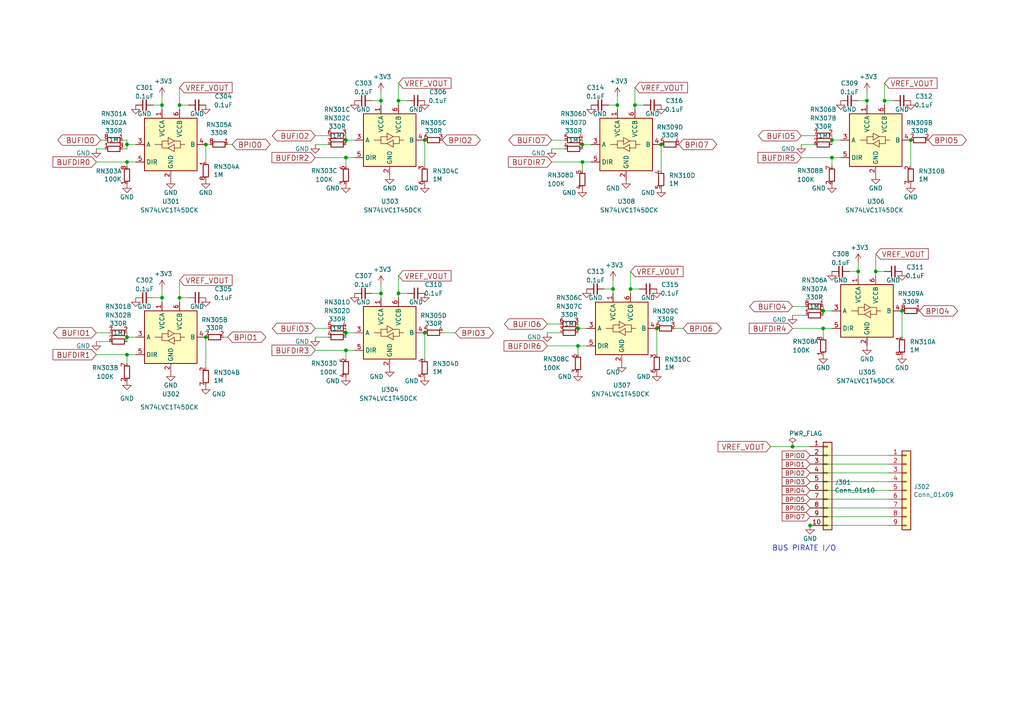
<source format=kicad_sch>
(kicad_sch (version 20230121) (generator eeschema)
  (paper "A4")
  (junction (at 177.8 83.82))
  (junction (at 229.87 129.54))
  (junction (at 123.19 40.64))
  (junction (at 254 78.74))
  (junction (at 100.33 101.6))
  (junction (at 115.57 85.09))
  (junction (at 59.69 41.91))
  (junction (at 168.91 46.99))
  (junction (at 241.3 40.64))
  (junction (at 234.95 152.4))
  (junction (at 182.88 83.82))
  (junction (at 46.99 86.36))
  (junction (at 179.07 30.48))
  (junction (at 46.99 30.48))
  (junction (at 36.83 97.79))
  (junction (at 238.76 95.25))
  (junction (at 168.91 41.91))
  (junction (at 123.19 96.52))
  (junction (at 36.83 46.99))
  (junction (at 256.54 29.21))
  (junction (at 184.15 30.48))
  (junction (at 36.83 102.87))
  (junction (at 100.33 96.52))
  (junction (at 238.76 90.17))
  (junction (at 264.16 40.64))
  (junction (at 241.3 45.72))
  (junction (at 261.62 90.17))
  (junction (at 248.92 78.74))
  (junction (at 52.07 30.48))
  (junction (at 167.64 100.33))
  (junction (at 167.64 95.25))
  (junction (at 52.07 86.36))
  (junction (at 110.49 29.21))
  (junction (at 100.33 40.64))
  (junction (at 191.77 41.91))
  (junction (at 190.5 95.25))
  (junction (at 115.57 29.21))
  (junction (at 36.83 41.91))
  (junction (at 100.33 45.72))
  (junction (at 59.69 97.79))
  (junction (at 251.46 29.21))
  (junction (at 110.49 85.09))
  (wire (pts (xy 52.07 87.63) (xy 52.07 86.36)))
  (wire (pts (xy 100.33 45.72) (xy 91.44 45.72)))
  (wire (pts (xy 171.45 41.91) (xy 168.91 41.91)))
  (wire (pts (xy 190.5 102.87) (xy 190.5 95.25)))
  (wire (pts (xy 36.83 46.99) (xy 39.37 46.99)))
  (wire (pts (xy 59.69 41.91) (xy 59.69 46.99)))
  (wire (pts (xy 100.33 97.79) (xy 100.33 96.52)))
  (wire (pts (xy 241.3 40.64) (xy 241.3 39.37)))
  (wire (pts (xy 36.83 40.64) (xy 35.56 40.64)))
  (wire (pts (xy 167.64 100.33) (xy 167.64 102.87)))
  (wire (pts (xy 186.69 30.48) (xy 184.15 30.48)))
  (wire (pts (xy 248.92 78.74) (xy 248.92 76.2)))
  (wire (pts (xy 100.33 96.52) (xy 100.33 95.25)))
  (wire (pts (xy 176.53 30.48) (xy 179.07 30.48)))
  (wire (pts (xy 234.95 147.32) (xy 257.81 147.32)))
  (wire (pts (xy 54.61 30.48) (xy 52.07 30.48)))
  (wire (pts (xy 118.11 85.09) (xy 115.57 85.09)))
  (wire (pts (xy 184.15 31.75) (xy 184.15 30.48)))
  (wire (pts (xy 52.07 25.4) (xy 52.07 30.48)))
  (wire (pts (xy 238.76 95.25) (xy 229.87 95.25)))
  (wire (pts (xy 241.3 45.72) (xy 232.41 45.72)))
  (wire (pts (xy 115.57 86.36) (xy 115.57 85.09)))
  (wire (pts (xy 31.75 99.06) (xy 27.94 99.06)))
  (wire (pts (xy 256.54 24.13) (xy 256.54 29.21)))
  (wire (pts (xy 102.87 40.64) (xy 100.33 40.64)))
  (wire (pts (xy 36.83 48.26) (xy 36.83 46.99)))
  (wire (pts (xy 241.3 90.17) (xy 238.76 90.17)))
  (wire (pts (xy 170.18 95.25) (xy 167.64 95.25)))
  (wire (pts (xy 243.84 45.72) (xy 241.3 45.72)))
  (wire (pts (xy 167.64 100.33) (xy 158.75 100.33)))
  (wire (pts (xy 95.25 39.37) (xy 91.44 39.37)))
  (wire (pts (xy 128.27 96.52) (xy 132.08 96.52)))
  (wire (pts (xy 191.77 41.91) (xy 191.77 49.53)))
  (wire (pts (xy 100.33 101.6) (xy 91.44 101.6)))
  (wire (pts (xy 123.19 104.14) (xy 123.19 96.52)))
  (wire (pts (xy 102.87 96.52) (xy 100.33 96.52)))
  (wire (pts (xy 254 80.01) (xy 254 78.74)))
  (wire (pts (xy 102.87 45.72) (xy 100.33 45.72)))
  (wire (pts (xy 234.95 139.7) (xy 257.81 139.7)))
  (wire (pts (xy 248.92 29.21) (xy 251.46 29.21)))
  (wire (pts (xy 95.25 41.91) (xy 91.44 41.91)))
  (wire (pts (xy 236.22 39.37) (xy 232.41 39.37)))
  (wire (pts (xy 251.46 29.21) (xy 251.46 26.67)))
  (wire (pts (xy 123.19 40.64) (xy 123.19 48.26)))
  (wire (pts (xy 110.49 86.36) (xy 110.49 85.09)))
  (wire (pts (xy 243.84 40.64) (xy 241.3 40.64)))
  (wire (pts (xy 248.92 80.01) (xy 248.92 78.74)))
  (wire (pts (xy 59.69 106.68) (xy 59.69 97.79)))
  (wire (pts (xy 233.68 88.9) (xy 229.87 88.9)))
  (wire (pts (xy 234.95 142.24) (xy 257.81 142.24)))
  (wire (pts (xy 234.95 134.62) (xy 257.81 134.62)))
  (wire (pts (xy 44.45 30.48) (xy 46.99 30.48)))
  (wire (pts (xy 36.83 43.18) (xy 36.83 41.91)))
  (wire (pts (xy 234.95 152.4) (xy 257.81 152.4)))
  (wire (pts (xy 238.76 91.44) (xy 238.76 90.17)))
  (wire (pts (xy 229.87 129.54) (xy 234.95 129.54)))
  (wire (pts (xy 168.91 41.91) (xy 168.91 40.64)))
  (wire (pts (xy 30.48 40.64) (xy 29.21 40.64)))
  (wire (pts (xy 31.75 96.52) (xy 27.94 96.52)))
  (wire (pts (xy 261.62 97.79) (xy 261.62 90.17)))
  (wire (pts (xy 27.94 46.99) (xy 36.83 46.99)))
  (wire (pts (xy 179.07 31.75) (xy 179.07 30.48)))
  (wire (pts (xy 170.18 100.33) (xy 167.64 100.33)))
  (wire (pts (xy 241.3 95.25) (xy 238.76 95.25)))
  (wire (pts (xy 182.88 78.74) (xy 182.88 83.82)))
  (wire (pts (xy 52.07 81.28) (xy 52.07 86.36)))
  (wire (pts (xy 39.37 41.91) (xy 36.83 41.91)))
  (wire (pts (xy 234.95 149.86) (xy 257.81 149.86)))
  (wire (pts (xy 46.99 86.36) (xy 46.99 83.82)))
  (wire (pts (xy 171.45 46.99) (xy 168.91 46.99)))
  (wire (pts (xy 36.83 43.18) (xy 35.56 43.18)))
  (wire (pts (xy 107.95 85.09) (xy 110.49 85.09)))
  (wire (pts (xy 177.8 83.82) (xy 177.8 81.28)))
  (wire (pts (xy 44.45 86.36) (xy 46.99 86.36)))
  (wire (pts (xy 36.83 102.87) (xy 36.83 105.41)))
  (wire (pts (xy 238.76 90.17) (xy 238.76 88.9)))
  (wire (pts (xy 257.81 132.08) (xy 234.95 132.08)))
  (wire (pts (xy 233.68 91.44) (xy 229.87 91.44)))
  (wire (pts (xy 36.83 97.79) (xy 36.83 96.52)))
  (wire (pts (xy 46.99 31.75) (xy 46.99 30.48)))
  (wire (pts (xy 167.64 95.25) (xy 167.64 93.98)))
  (wire (pts (xy 110.49 29.21) (xy 110.49 26.67)))
  (wire (pts (xy 95.25 95.25) (xy 91.44 95.25)))
  (wire (pts (xy 115.57 30.48) (xy 115.57 29.21)))
  (wire (pts (xy 185.42 83.82) (xy 182.88 83.82)))
  (wire (pts (xy 168.91 43.18) (xy 168.91 41.91)))
  (wire (pts (xy 27.94 43.18) (xy 30.48 43.18)))
  (wire (pts (xy 177.8 85.09) (xy 177.8 83.82)))
  (wire (pts (xy 198.12 95.25) (xy 195.58 95.25)))
  (wire (pts (xy 36.83 99.06) (xy 36.83 97.79)))
  (wire (pts (xy 163.83 40.64) (xy 160.02 40.64)))
  (wire (pts (xy 251.46 30.48) (xy 251.46 29.21)))
  (wire (pts (xy 162.56 93.98) (xy 158.75 93.98)))
  (wire (pts (xy 175.26 83.82) (xy 177.8 83.82)))
  (wire (pts (xy 118.11 29.21) (xy 115.57 29.21)))
  (wire (pts (xy 234.95 144.78) (xy 257.81 144.78)))
  (wire (pts (xy 39.37 102.87) (xy 36.83 102.87)))
  (wire (pts (xy 66.04 41.91) (xy 67.31 41.91)))
  (wire (pts (xy 54.61 86.36) (xy 52.07 86.36)))
  (wire (pts (xy 182.88 85.09) (xy 182.88 83.82)))
  (wire (pts (xy 110.49 85.09) (xy 110.49 82.55)))
  (wire (pts (xy 256.54 30.48) (xy 256.54 29.21)))
  (wire (pts (xy 236.22 41.91) (xy 232.41 41.91)))
  (wire (pts (xy 115.57 80.01) (xy 115.57 85.09)))
  (wire (pts (xy 100.33 40.64) (xy 100.33 39.37)))
  (wire (pts (xy 46.99 87.63) (xy 46.99 86.36)))
  (wire (pts (xy 167.64 96.52) (xy 167.64 95.25)))
  (wire (pts (xy 66.04 97.79) (xy 64.77 97.79)))
  (wire (pts (xy 52.07 31.75) (xy 52.07 30.48)))
  (wire (pts (xy 179.07 30.48) (xy 179.07 27.94)))
  (wire (pts (xy 223.52 129.54) (xy 229.87 129.54)))
  (wire (pts (xy 162.56 96.52) (xy 158.75 96.52)))
  (wire (pts (xy 95.25 97.79) (xy 91.44 97.79)))
  (wire (pts (xy 241.3 45.72) (xy 241.3 48.26)))
  (wire (pts (xy 256.54 78.74) (xy 254 78.74)))
  (wire (pts (xy 107.95 29.21) (xy 110.49 29.21)))
  (wire (pts (xy 100.33 101.6) (xy 100.33 104.14)))
  (wire (pts (xy 36.83 41.91) (xy 36.83 40.64)))
  (wire (pts (xy 163.83 43.18) (xy 160.02 43.18)))
  (wire (pts (xy 115.57 24.13) (xy 115.57 29.21)))
  (wire (pts (xy 100.33 45.72) (xy 100.33 48.26)))
  (wire (pts (xy 246.38 78.74) (xy 248.92 78.74)))
  (wire (pts (xy 264.16 48.26) (xy 264.16 40.64)))
  (wire (pts (xy 168.91 46.99) (xy 168.91 49.53)))
  (wire (pts (xy 102.87 101.6) (xy 100.33 101.6)))
  (wire (pts (xy 46.99 30.48) (xy 46.99 27.94)))
  (wire (pts (xy 241.3 41.91) (xy 241.3 40.64)))
  (wire (pts (xy 184.15 25.4) (xy 184.15 30.48)))
  (wire (pts (xy 254 73.66) (xy 254 78.74)))
  (wire (pts (xy 110.49 30.48) (xy 110.49 29.21)))
  (wire (pts (xy 39.37 97.79) (xy 36.83 97.79)))
  (wire (pts (xy 60.96 41.91) (xy 59.69 41.91)))
  (wire (pts (xy 36.83 102.87) (xy 27.94 102.87)))
  (wire (pts (xy 238.76 95.25) (xy 238.76 97.79)))
  (wire (pts (xy 259.08 29.21) (xy 256.54 29.21)))
  (wire (pts (xy 168.91 46.99) (xy 160.02 46.99)))
  (wire (pts (xy 234.95 137.16) (xy 257.81 137.16)))
  (wire (pts (xy 100.33 41.91) (xy 100.33 40.64)))
  (text "BUS PIRATE I/O" (at 242.57 160.02 0) (effects (font (size 1.524 1.524)) (justify right bottom)))
  (global_label "BUFDIR0" (shape input) (at 27.94 46.99 180) (effects (font (size 1.524 1.524))) (property "Intersheetrefs" "${INTERSHEET_REFS}" (effects hide)))
  (global_label "BUFDIR1" (shape input) (at 27.94 102.87 180) (effects (font (size 1.524 1.524))) (property "Intersheetrefs" "${INTERSHEET_REFS}" (effects hide)))
  (global_label "BPIO3" (shape input) (at 234.95 139.7 180) (property "Intersheetrefs" "${INTERSHEET_REFS}" (effects hide)))
  (global_label "VREF_VOUT" (shape input) (at 52.07 81.28 0) (effects (font (size 1.524 1.524))) (property "Intersheetrefs" "${INTERSHEET_REFS}" (effects hide)))
  (global_label "VREF_VOUT" (shape input) (at 182.88 78.74 0) (effects (font (size 1.524 1.524))) (property "Intersheetrefs" "${INTERSHEET_REFS}" (effects hide)))
  (global_label "VREF_VOUT" (shape input) (at 256.54 24.13 0) (effects (font (size 1.524 1.524))) (property "Intersheetrefs" "${INTERSHEET_REFS}" (effects hide)))
  (global_label "BPIO5" (shape bidirectional) (at 269.24 40.64 0) (effects (font (size 1.524 1.524))) (property "Intersheetrefs" "${INTERSHEET_REFS}" (effects hide)))
  (global_label "BUFDIR4" (shape input) (at 229.87 95.25 180) (effects (font (size 1.524 1.524))) (property "Intersheetrefs" "${INTERSHEET_REFS}" (effects hide)))
  (global_label "BPIO0" (shape input) (at 234.95 132.08 180) (property "Intersheetrefs" "${INTERSHEET_REFS}" (effects hide)))
  (global_label "BUFIO4" (shape bidirectional) (at 229.87 88.9 180) (effects (font (size 1.524 1.524))) (property "Intersheetrefs" "${INTERSHEET_REFS}" (effects hide)))
  (global_label "BPIO4" (shape bidirectional) (at 266.7 90.17 0) (effects (font (size 1.524 1.524))) (property "Intersheetrefs" "${INTERSHEET_REFS}" (effects hide)))
  (global_label "VREF_VOUT" (shape input) (at 52.07 25.4 0) (effects (font (size 1.524 1.524))) (property "Intersheetrefs" "${INTERSHEET_REFS}" (effects hide)))
  (global_label "BUFIO5" (shape bidirectional) (at 232.41 39.37 180) (effects (font (size 1.524 1.524))) (property "Intersheetrefs" "${INTERSHEET_REFS}" (effects hide)))
  (global_label "BPIO7" (shape bidirectional) (at 196.85 41.91 0) (effects (font (size 1.524 1.524))) (property "Intersheetrefs" "${INTERSHEET_REFS}" (effects hide)))
  (global_label "BUFDIR3" (shape input) (at 91.44 101.6 180) (effects (font (size 1.524 1.524))) (property "Intersheetrefs" "${INTERSHEET_REFS}" (effects hide)))
  (global_label "BPIO4" (shape input) (at 234.95 142.24 180) (property "Intersheetrefs" "${INTERSHEET_REFS}" (effects hide)))
  (global_label "BUFIO7" (shape bidirectional) (at 160.02 40.64 180) (effects (font (size 1.524 1.524))) (property "Intersheetrefs" "${INTERSHEET_REFS}" (effects hide)))
  (global_label "BPIO5" (shape input) (at 234.95 144.78 180) (property "Intersheetrefs" "${INTERSHEET_REFS}" (effects hide)))
  (global_label "BPIO2" (shape input) (at 234.95 137.16 180) (property "Intersheetrefs" "${INTERSHEET_REFS}" (effects hide)))
  (global_label "BPIO6" (shape input) (at 234.95 147.32 180) (property "Intersheetrefs" "${INTERSHEET_REFS}" (effects hide)))
  (global_label "VREF_VOUT" (shape input) (at 115.57 24.13 0) (effects (font (size 1.524 1.524))) (property "Intersheetrefs" "${INTERSHEET_REFS}" (effects hide)))
  (global_label "VREF_VOUT" (shape input) (at 254 73.66 0) (effects (font (size 1.524 1.524))) (property "Intersheetrefs" "${INTERSHEET_REFS}" (effects hide)))
  (global_label "VREF_VOUT" (shape input) (at 184.15 25.4 0) (effects (font (size 1.524 1.524))) (property "Intersheetrefs" "${INTERSHEET_REFS}" (effects hide)))
  (global_label "BUFDIR5" (shape input) (at 232.41 45.72 180) (effects (font (size 1.524 1.524))) (property "Intersheetrefs" "${INTERSHEET_REFS}" (effects hide)))
  (global_label "BPIO1" (shape bidirectional) (at 66.04 97.79 0) (effects (font (size 1.524 1.524))) (property "Intersheetrefs" "${INTERSHEET_REFS}" (effects hide)))
  (global_label "BPIO0" (shape bidirectional) (at 67.31 41.91 0) (effects (font (size 1.524 1.524))) (property "Intersheetrefs" "${INTERSHEET_REFS}" (effects hide)))
  (global_label "BUFDIR6" (shape input) (at 158.75 100.33 180) (effects (font (size 1.524 1.524))) (property "Intersheetrefs" "${INTERSHEET_REFS}" (effects hide)))
  (global_label "BPIO1" (shape input) (at 234.95 134.62 180) (property "Intersheetrefs" "${INTERSHEET_REFS}" (effects hide)))
  (global_label "BPIO3" (shape bidirectional) (at 132.08 96.52 0) (effects (font (size 1.524 1.524))) (property "Intersheetrefs" "${INTERSHEET_REFS}" (effects hide)))
  (global_label "BUFIO2" (shape bidirectional) (at 91.44 39.37 180) (effects (font (size 1.524 1.524))) (property "Intersheetrefs" "${INTERSHEET_REFS}" (effects hide)))
  (global_label "BUFDIR7" (shape input) (at 160.02 46.99 180) (effects (font (size 1.524 1.524))) (property "Intersheetrefs" "${INTERSHEET_REFS}" (effects hide)))
  (global_label "VREF_VOUT" (shape input) (at 115.57 80.01 0) (effects (font (size 1.524 1.524))) (property "Intersheetrefs" "${INTERSHEET_REFS}" (effects hide)))
  (global_label "BUFIO1" (shape bidirectional) (at 27.94 96.52 180) (effects (font (size 1.524 1.524))) (property "Intersheetrefs" "${INTERSHEET_REFS}" (effects hide)))
  (global_label "BPIO6" (shape bidirectional) (at 198.12 95.25 0) (effects (font (size 1.524 1.524))) (property "Intersheetrefs" "${INTERSHEET_REFS}" (effects hide)))
  (global_label "BUFDIR2" (shape input) (at 91.44 45.72 180) (effects (font (size 1.524 1.524))) (property "Intersheetrefs" "${INTERSHEET_REFS}" (effects hide)))
  (global_label "BUFIO3" (shape bidirectional) (at 91.44 95.25 180) (effects (font (size 1.524 1.524))) (property "Intersheetrefs" "${INTERSHEET_REFS}" (effects hide)))
  (global_label "BPIO2" (shape bidirectional) (at 128.27 40.64 0) (effects (font (size 1.524 1.524))) (property "Intersheetrefs" "${INTERSHEET_REFS}" (effects hide)))
  (global_label "VREF_VOUT" (shape input) (at 223.52 129.54 180) (effects (font (size 1.524 1.524))) (property "Intersheetrefs" "${INTERSHEET_REFS}" (effects hide)))
  (global_label "BPIO7" (shape input) (at 234.95 149.86 180) (property "Intersheetrefs" "${INTERSHEET_REFS}" (effects hide)))
  (global_label "BUFIO6" (shape bidirectional) (at 158.75 93.98 180) (effects (font (size 1.524 1.524))) (property "Intersheetrefs" "${INTERSHEET_REFS}" (effects hide)))
  (global_label "BUFIO0" (shape bidirectional) (at 29.21 40.64 180) (effects (font (size 1.524 1.524))) (property "Intersheetrefs" "${INTERSHEET_REFS}" (effects hide)))
  (symbol (lib_id "power:+3V3") (at 46.99 27.94 0) (unit 1)
    (property "Reference" "#PWR0310" (effects hide))
    (property "Value" "+3V3" (at 47.371 23.5458 0))
  )
  (symbol (lib_id "Device:C_Small") (at 57.15 30.48 90) (unit 1)
    (property "Reference" "C304" (at 64.77 27.94 90))
    (property "Value" "0.1uF" (at 64.77 30.48 90))
    (property "Footprint" "Capacitor_SMD:C_0402_1005Metric" (effects hide))
    (property "RMB" "0.00628" (effects hide))
    (property "Supplier" "https://item.szlcsc.com/1877.html" (effects hide))
  )
  (symbol (lib_id "power:GND") (at 39.37 30.48 0) (unit 1)
    (property "Reference" "#PWR0307" (effects hide))
    (property "Value" "GND" (at 41.91 33.02 0))
  )
  (symbol (lib_id "power:GND") (at 59.69 30.48 0) (unit 1)
    (property "Reference" "#PWR0316" (effects hide))
    (property "Value" "GND" (at 57.15 33.02 0))
  )
  (symbol (lib_id "power:GND") (at 49.53 52.07 0) (unit 1)
    (property "Reference" "#PWR0313" (effects hide))
    (property "Value" "GND" (at 49.53 55.88 0))
  )
  (symbol (lib_id "power:GND") (at 27.94 43.18 0) (unit 1)
    (property "Reference" "#PWR0301" (effects hide))
    (property "Value" "GND" (at 24.13 44.45 0))
  )
  (symbol (lib_id "power:GND") (at 36.83 53.34 0) (unit 1)
    (property "Reference" "#PWR0304" (effects hide))
    (property "Value" "GND" (at 36.83 57.15 0))
  )
  (symbol (lib_id "power:GND") (at 59.69 52.07 0) (unit 1)
    (property "Reference" "#PWR0317" (effects hide))
    (property "Value" "GND" (at 59.69 55.88 0))
  )
  (symbol (lib_id "Device:C_Small") (at 41.91 86.36 90) (unit 1)
    (property "Reference" "C302" (at 41.91 81.28 90))
    (property "Value" "0.1uF" (at 41.91 83.82 90))
    (property "Footprint" "Capacitor_SMD:C_0402_1005Metric" (effects hide))
    (property "RMB" "0.00628" (effects hide))
    (property "Supplier" "https://item.szlcsc.com/1877.html" (effects hide))
  )
  (symbol (lib_id "Logic_LevelTranslator:SN74LVC1T45DCK") (at 49.53 97.79 0) (unit 1)
    (property "Reference" "U302" (at 46.99 114.3 0) (effects (justify left)))
    (property "Value" "SN74LVC1T45DCK" (at 40.64 118.11 0) (effects (justify left)))
    (property "Footprint" "Package_TO_SOT_SMD:SOT-363_SC-70-6" (effects hide))
    (property "Datasheet" "http://www.ti.com/lit/ds/symlink/sn74lvc1t45.pdf" (effects hide))
    (property "RMB" "1.33" (effects hide))
    (property "Supplier" "https://item.szlcsc.com/9911.html" (effects hide))
  )
  (symbol (lib_id "power:+3V3") (at 46.99 83.82 0) (unit 1)
    (property "Reference" "#PWR0311" (effects hide))
    (property "Value" "+3V3" (at 47.371 79.4258 0))
  )
  (symbol (lib_id "Device:C_Small") (at 57.15 86.36 90) (unit 1)
    (property "Reference" "C305" (at 64.77 83.82 90))
    (property "Value" "0.1uF" (at 64.77 86.36 90))
    (property "Footprint" "Capacitor_SMD:C_0402_1005Metric" (effects hide))
    (property "RMB" "0.00628" (effects hide))
    (property "Supplier" "https://item.szlcsc.com/1877.html" (effects hide))
  )
  (symbol (lib_id "power:GND") (at 39.37 86.36 0) (unit 1)
    (property "Reference" "#PWR0308" (effects hide))
    (property "Value" "GND" (at 41.91 88.9 0))
  )
  (symbol (lib_id "power:GND") (at 59.69 86.36 0) (unit 1)
    (property "Reference" "#PWR0318" (effects hide))
    (property "Value" "GND" (at 57.15 88.9 0))
  )
  (symbol (lib_id "power:GND") (at 49.53 107.95 0) (unit 1)
    (property "Reference" "#PWR0314" (effects hide))
    (property "Value" "GND" (at 49.53 111.76 0))
  )
  (symbol (lib_id "power:GND") (at 27.94 99.06 0) (unit 1)
    (property "Reference" "#PWR0302" (effects hide))
    (property "Value" "GND" (at 24.13 100.33 0))
  )
  (symbol (lib_id "power:GND") (at 36.83 110.49 0) (unit 1)
    (property "Reference" "#PWR0305" (effects hide))
    (property "Value" "GND" (at 36.83 115.57 0))
  )
  (symbol (lib_id "power:GND") (at 59.69 111.76 0) (unit 1)
    (property "Reference" "#PWR0319" (effects hide))
    (property "Value" "GND" (at 63.5 114.3 0))
  )
  (symbol (lib_id "Device:C_Small") (at 105.41 29.21 90) (unit 1)
    (property "Reference" "C303" (at 105.41 24.13 90))
    (property "Value" "0.1uF" (at 105.41 26.67 90))
    (property "Footprint" "Capacitor_SMD:C_0402_1005Metric" (effects hide))
    (property "RMB" "0.00628" (effects hide))
    (property "Supplier" "https://item.szlcsc.com/1877.html" (effects hide))
  )
  (symbol (lib_id "Logic_LevelTranslator:SN74LVC1T45DCK") (at 113.03 40.64 0) (unit 1)
    (property "Reference" "U303" (at 110.49 58.42 0) (effects (justify left)))
    (property "Value" "SN74LVC1T45DCK" (at 105.41 60.96 0) (effects (justify left)))
    (property "Footprint" "Package_TO_SOT_SMD:SOT-363_SC-70-6" (effects hide))
    (property "Datasheet" "http://www.ti.com/lit/ds/symlink/sn74lvc1t45.pdf" (effects hide))
    (property "RMB" "1.33" (effects hide))
    (property "Supplier" "https://item.szlcsc.com/9911.html" (effects hide))
  )
  (symbol (lib_id "power:+3V3") (at 110.49 26.67 0) (unit 1)
    (property "Reference" "#PWR0312" (effects hide))
    (property "Value" "+3V3" (at 110.871 22.2758 0))
  )
  (symbol (lib_id "Device:C_Small") (at 120.65 29.21 90) (unit 1)
    (property "Reference" "C306" (at 127 26.67 90))
    (property "Value" "0.1uF" (at 127 29.21 90))
    (property "Footprint" "Capacitor_SMD:C_0402_1005Metric" (effects hide))
    (property "RMB" "0.00628" (effects hide))
    (property "Supplier" "https://item.szlcsc.com/1877.html" (effects hide))
  )
  (symbol (lib_id "power:GND") (at 102.87 29.21 0) (unit 1)
    (property "Reference" "#PWR0309" (effects hide))
    (property "Value" "GND" (at 105.41 31.75 0))
  )
  (symbol (lib_id "power:GND") (at 123.19 29.21 0) (unit 1)
    (property "Reference" "#PWR0320" (effects hide))
    (property "Value" "GND" (at 120.65 31.75 0))
  )
  (symbol (lib_id "power:GND") (at 113.03 50.8 0) (unit 1)
    (property "Reference" "#PWR0315" (effects hide))
    (property "Value" "GND" (at 113.03 54.61 0))
  )
  (symbol (lib_id "power:GND") (at 91.44 41.91 0) (unit 1)
    (property "Reference" "#PWR0303" (effects hide))
    (property "Value" "GND" (at 87.63 43.18 0))
  )
  (symbol (lib_id "power:GND") (at 100.33 53.34 0) (unit 1)
    (property "Reference" "#PWR0306" (effects hide))
    (property "Value" "GND" (at 96.52 54.61 0))
  )
  (symbol (lib_id "power:GND") (at 123.19 53.34 0) (unit 1)
    (property "Reference" "#PWR0321" (effects hide))
    (property "Value" "GND" (at 119.38 54.61 0))
  )
  (symbol (lib_id "Device:C_Small") (at 105.41 85.09 90) (unit 1)
    (property "Reference" "C307" (at 105.41 80.01 90))
    (property "Value" "0.1uF" (at 105.41 82.55 90))
    (property "Footprint" "Capacitor_SMD:C_0402_1005Metric" (effects hide))
    (property "RMB" "0.00628" (effects hide))
    (property "Supplier" "https://item.szlcsc.com/1877.html" (effects hide))
  )
  (symbol (lib_id "Logic_LevelTranslator:SN74LVC1T45DCK") (at 113.03 96.52 0) (unit 1)
    (property "Reference" "U304" (at 110.49 113.03 0) (effects (justify left)))
    (property "Value" "SN74LVC1T45DCK" (at 104.14 115.57 0) (effects (justify left)))
    (property "Footprint" "Package_TO_SOT_SMD:SOT-363_SC-70-6" (effects hide))
    (property "Datasheet" "http://www.ti.com/lit/ds/symlink/sn74lvc1t45.pdf" (effects hide))
    (property "RMB" "1.33" (effects hide))
    (property "Supplier" "https://item.szlcsc.com/9911.html" (effects hide))
  )
  (symbol (lib_id "power:+3V3") (at 110.49 82.55 0) (unit 1)
    (property "Reference" "#PWR0331" (effects hide))
    (property "Value" "+3V3" (at 110.871 78.1558 0))
  )
  (symbol (lib_id "Device:C_Small") (at 120.65 85.09 90) (unit 1)
    (property "Reference" "C310" (at 125.73 82.55 90))
    (property "Value" "0.1uF" (at 125.73 85.09 90))
    (property "Footprint" "Capacitor_SMD:C_0402_1005Metric" (effects hide))
    (property "RMB" "0.00628" (effects hide))
    (property "Supplier" "https://item.szlcsc.com/1877.html" (effects hide))
  )
  (symbol (lib_id "power:GND") (at 102.87 85.09 0) (unit 1)
    (property "Reference" "#PWR0327" (effects hide))
    (property "Value" "GND" (at 105.41 87.63 0))
  )
  (symbol (lib_id "power:GND") (at 123.19 85.09 0) (unit 1)
    (property "Reference" "#PWR0337" (effects hide))
    (property "Value" "GND" (at 120.65 87.63 0))
  )
  (symbol (lib_id "power:GND") (at 113.03 106.68 0) (unit 1)
    (property "Reference" "#PWR0333" (effects hide))
    (property "Value" "GND" (at 109.22 109.22 0))
  )
  (symbol (lib_id "power:GND") (at 91.44 97.79 0) (unit 1)
    (property "Reference" "#PWR0322" (effects hide))
    (property "Value" "GND" (at 87.63 99.06 0))
  )
  (symbol (lib_id "power:GND") (at 100.33 109.22 0) (unit 1)
    (property "Reference" "#PWR0325" (effects hide))
    (property "Value" "GND" (at 96.52 110.49 0))
  )
  (symbol (lib_id "power:GND") (at 123.19 109.22 0) (unit 1)
    (property "Reference" "#PWR0338" (effects hide))
    (property "Value" "GND" (at 119.38 110.49 0))
  )
  (symbol (lib_id "Device:C_Small") (at 243.84 78.74 90) (unit 1)
    (property "Reference" "C308" (at 243.84 73.66 90))
    (property "Value" "0.1uF" (at 243.84 76.2 90))
    (property "Footprint" "Capacitor_SMD:C_0402_1005Metric" (effects hide))
    (property "RMB" "0.00628" (effects hide))
    (property "Supplier" "https://item.szlcsc.com/1877.html" (effects hide))
  )
  (symbol (lib_id "Logic_LevelTranslator:SN74LVC1T45DCK") (at 251.46 90.17 0) (unit 1)
    (property "Reference" "U305" (at 248.92 107.95 0) (effects (justify left)))
    (property "Value" "SN74LVC1T45DCK" (at 242.57 110.49 0) (effects (justify left)))
    (property "Footprint" "Package_TO_SOT_SMD:SOT-363_SC-70-6" (effects hide))
    (property "Datasheet" "http://www.ti.com/lit/ds/symlink/sn74lvc1t45.pdf" (effects hide))
    (property "RMB" "1.33" (effects hide))
    (property "Supplier" "https://item.szlcsc.com/9911.html" (effects hide))
  )
  (symbol (lib_id "power:+3V3") (at 248.92 76.2 0) (unit 1)
    (property "Reference" "#PWR0332" (effects hide))
    (property "Value" "+3V3" (at 249.301 71.8058 0))
  )
  (symbol (lib_id "Device:C_Small") (at 259.08 78.74 90) (unit 1)
    (property "Reference" "C311" (at 265.43 77.47 90))
    (property "Value" "0.1uF" (at 265.43 80.01 90))
    (property "Footprint" "Capacitor_SMD:C_0402_1005Metric" (effects hide))
    (property "RMB" "0.00628" (effects hide))
    (property "Supplier" "https://item.szlcsc.com/1877.html" (effects hide))
  )
  (symbol (lib_id "power:GND") (at 241.3 78.74 0) (unit 1)
    (property "Reference" "#PWR0329" (effects hide))
    (property "Value" "GND" (at 243.84 81.28 0))
  )
  (symbol (lib_id "power:GND") (at 261.62 78.74 0) (unit 1)
    (property "Reference" "#PWR0339" (effects hide))
    (property "Value" "GND" (at 259.08 81.28 0))
  )
  (symbol (lib_id "power:GND") (at 251.46 100.33 0) (unit 1)
    (property "Reference" "#PWR0335" (effects hide))
    (property "Value" "GND" (at 251.46 104.14 0))
  )
  (symbol (lib_id "power:GND") (at 229.87 91.44 0) (unit 1)
    (property "Reference" "#PWR0323" (effects hide))
    (property "Value" "GND" (at 226.06 92.71 0))
  )
  (symbol (lib_id "power:GND") (at 238.76 102.87 0) (unit 1)
    (property "Reference" "#PWR0326" (effects hide))
    (property "Value" "GND" (at 238.76 106.68 0))
  )
  (symbol (lib_id "power:GND") (at 261.62 102.87 0) (unit 1)
    (property "Reference" "#PWR0340" (effects hide))
    (property "Value" "GND" (at 261.62 106.68 0))
  )
  (symbol (lib_id "Device:C_Small") (at 246.38 29.21 90) (unit 1)
    (property "Reference" "C309" (at 246.38 24.13 90))
    (property "Value" "0.1uF" (at 246.38 26.67 90))
    (property "Footprint" "Capacitor_SMD:C_0402_1005Metric" (effects hide))
    (property "RMB" "0.00628" (effects hide))
    (property "Supplier" "https://item.szlcsc.com/1877.html" (effects hide))
  )
  (symbol (lib_id "Logic_LevelTranslator:SN74LVC1T45DCK") (at 254 40.64 0) (unit 1)
    (property "Reference" "U306" (at 251.46 58.42 0) (effects (justify left)))
    (property "Value" "SN74LVC1T45DCK" (at 245.11 60.96 0) (effects (justify left)))
    (property "Footprint" "Package_TO_SOT_SMD:SOT-363_SC-70-6" (effects hide))
    (property "Datasheet" "http://www.ti.com/lit/ds/symlink/sn74lvc1t45.pdf" (effects hide))
    (property "RMB" "1.33" (effects hide))
    (property "Supplier" "https://item.szlcsc.com/9911.html" (effects hide))
  )
  (symbol (lib_id "power:+3V3") (at 251.46 26.67 0) (unit 1)
    (property "Reference" "#PWR0334" (effects hide))
    (property "Value" "+3V3" (at 251.841 22.2758 0))
  )
  (symbol (lib_id "Device:C_Small") (at 261.62 29.21 90) (unit 1)
    (property "Reference" "C312" (at 267.97 27.94 90))
    (property "Value" "0.1uF" (at 267.97 30.48 90))
    (property "Footprint" "Capacitor_SMD:C_0402_1005Metric" (effects hide))
    (property "RMB" "0.00628" (effects hide))
    (property "Supplier" "https://item.szlcsc.com/1877.html" (effects hide))
  )
  (symbol (lib_id "power:GND") (at 243.84 29.21 0) (unit 1)
    (property "Reference" "#PWR0330" (effects hide))
    (property "Value" "GND" (at 246.38 31.75 0))
  )
  (symbol (lib_id "power:GND") (at 264.16 29.21 0) (unit 1)
    (property "Reference" "#PWR0341" (effects hide))
    (property "Value" "GND" (at 261.62 31.75 0))
  )
  (symbol (lib_id "power:GND") (at 254 50.8 0) (unit 1)
    (property "Reference" "#PWR0336" (effects hide))
    (property "Value" "GND" (at 254 54.61 0))
  )
  (symbol (lib_id "power:GND") (at 232.41 41.91 0) (unit 1)
    (property "Reference" "#PWR0324" (effects hide))
    (property "Value" "GND" (at 228.6 43.18 0))
  )
  (symbol (lib_id "power:GND") (at 241.3 53.34 0) (unit 1)
    (property "Reference" "#PWR0328" (effects hide))
    (property "Value" "GND" (at 237.49 54.61 0))
  )
  (symbol (lib_id "power:GND") (at 264.16 53.34 0) (unit 1)
    (property "Reference" "#PWR0342" (effects hide))
    (property "Value" "GND" (at 264.16 57.15 0))
  )
  (symbol (lib_id "Device:C_Small") (at 172.72 83.82 90) (unit 1)
    (property "Reference" "C313" (at 172.72 78.74 90))
    (property "Value" "0.1uF" (at 172.72 81.28 90))
    (property "Footprint" "Capacitor_SMD:C_0402_1005Metric" (effects hide))
    (property "RMB" "0.00628" (effects hide))
    (property "Supplier" "https://item.szlcsc.com/1877.html" (effects hide))
  )
  (symbol (lib_id "Logic_LevelTranslator:SN74LVC1T45DCK") (at 180.34 95.25 0) (unit 1)
    (property "Reference" "U307" (at 177.8 111.76 0) (effects (justify left)))
    (property "Value" "SN74LVC1T45DCK" (at 171.45 114.3 0) (effects (justify left)))
    (property "Footprint" "Package_TO_SOT_SMD:SOT-363_SC-70-6" (effects hide))
    (property "Datasheet" "http://www.ti.com/lit/ds/symlink/sn74lvc1t45.pdf" (effects hide))
    (property "RMB" "1.33" (effects hide))
    (property "Supplier" "https://item.szlcsc.com/9911.html" (effects hide))
  )
  (symbol (lib_id "power:+3V3") (at 177.8 81.28 0) (unit 1)
    (property "Reference" "#PWR0349" (effects hide))
    (property "Value" "+3V3" (at 178.181 76.8858 0))
  )
  (symbol (lib_id "Device:C_Small") (at 187.96 83.82 90) (unit 1)
    (property "Reference" "C315" (at 194.31 82.55 90))
    (property "Value" "0.1uF" (at 194.31 85.09 90))
    (property "Footprint" "Capacitor_SMD:C_0402_1005Metric" (effects hide))
    (property "RMB" "0.00628" (effects hide))
    (property "Supplier" "https://item.szlcsc.com/1877.html" (effects hide))
  )
  (symbol (lib_id "power:GND") (at 170.18 83.82 0) (unit 1)
    (property "Reference" "#PWR0347" (effects hide))
    (property "Value" "GND" (at 172.72 86.36 0))
  )
  (symbol (lib_id "power:GND") (at 190.5 83.82 0) (unit 1)
    (property "Reference" "#PWR0354" (effects hide))
    (property "Value" "GND" (at 187.96 86.36 0))
  )
  (symbol (lib_id "power:GND") (at 180.34 105.41 0) (unit 1)
    (property "Reference" "#PWR0351" (effects hide))
    (property "Value" "GND" (at 177.8 107.95 0))
  )
  (symbol (lib_id "power:GND") (at 158.75 96.52 0) (unit 1)
    (property "Reference" "#PWR0343" (effects hide))
    (property "Value" "GND" (at 154.94 97.79 0))
  )
  (symbol (lib_id "power:GND") (at 167.64 107.95 0) (unit 1)
    (property "Reference" "#PWR0345" (effects hide))
    (property "Value" "GND" (at 163.83 109.22 0))
  )
  (symbol (lib_id "power:GND") (at 190.5 107.95 0) (unit 1)
    (property "Reference" "#PWR0355" (effects hide))
    (property "Value" "GND" (at 186.69 109.22 0))
  )
  (symbol (lib_id "Device:C_Small") (at 173.99 30.48 90) (unit 1)
    (property "Reference" "C314" (at 172.72 25.4 90))
    (property "Value" "0.1uF" (at 172.72 27.94 90))
    (property "Footprint" "Capacitor_SMD:C_0402_1005Metric" (effects hide))
    (property "RMB" "0.00628" (effects hide))
    (property "Supplier" "https://item.szlcsc.com/1877.html" (effects hide))
  )
  (symbol (lib_id "Logic_LevelTranslator:SN74LVC1T45DCK") (at 181.61 41.91 0) (unit 1)
    (property "Reference" "U308" (at 179.07 58.42 0) (effects (justify left)))
    (property "Value" "SN74LVC1T45DCK" (at 173.99 60.96 0) (effects (justify left)))
    (property "Footprint" "Package_TO_SOT_SMD:SOT-363_SC-70-6" (effects hide))
    (property "Datasheet" "http://www.ti.com/lit/ds/symlink/sn74lvc1t45.pdf" (effects hide))
    (property "RMB" "1.33" (effects hide))
    (property "Supplier" "https://item.szlcsc.com/9911.html" (effects hide))
  )
  (symbol (lib_id "power:+3V3") (at 179.07 27.94 0) (unit 1)
    (property "Reference" "#PWR0350" (effects hide))
    (property "Value" "+3V3" (at 179.451 23.5458 0))
  )
  (symbol (lib_id "Device:C_Small") (at 189.23 30.48 90) (unit 1)
    (property "Reference" "C316" (at 195.58 29.21 90))
    (property "Value" "0.1uF" (at 195.58 31.75 90))
    (property "Footprint" "Capacitor_SMD:C_0402_1005Metric" (effects hide))
    (property "RMB" "0.00628" (effects hide))
    (property "Supplier" "https://item.szlcsc.com/1877.html" (effects hide))
  )
  (symbol (lib_id "power:GND") (at 171.45 30.48 0) (unit 1)
    (property "Reference" "#PWR0348" (effects hide))
    (property "Value" "GND" (at 173.99 33.02 0))
  )
  (symbol (lib_id "power:GND") (at 191.77 30.48 0) (unit 1)
    (property "Reference" "#PWR0356" (effects hide))
    (property "Value" "GND" (at 189.23 33.02 0))
  )
  (symbol (lib_id "power:GND") (at 181.61 52.07 0) (unit 1)
    (property "Reference" "#PWR0352" (effects hide))
    (property "Value" "GND" (at 177.8 54.61 0))
  )
  (symbol (lib_id "power:GND") (at 160.02 43.18 0) (unit 1)
    (property "Reference" "#PWR0344" (effects hide))
    (property "Value" "GND" (at 156.21 44.45 0))
  )
  (symbol (lib_id "power:GND") (at 168.91 54.61 0) (unit 1)
    (property "Reference" "#PWR0346" (effects hide))
    (property "Value" "GND" (at 165.1 55.88 0))
  )
  (symbol (lib_id "power:GND") (at 191.77 54.61 0) (unit 1)
    (property "Reference" "#PWR0357" (effects hide))
    (property "Value" "GND" (at 187.96 55.88 0))
  )
  (symbol (lib_id "Device:C_Small") (at 41.91 30.48 90) (unit 1)
    (property "Reference" "C301" (at 41.91 25.4 90))
    (property "Value" "0.1uF" (at 41.91 27.94 90))
    (property "Footprint" "Capacitor_SMD:C_0402_1005Metric" (effects hide))
    (property "RMB" "0.00628" (effects hide))
    (property "Supplier" "https://item.szlcsc.com/1877.html" (effects hide))
  )
  (symbol (lib_id "Logic_LevelTranslator:SN74LVC1T45DCK") (at 49.53 41.91 0) (unit 1)
    (property "Reference" "U301" (at 46.99 58.42 0) (effects (justify left)))
    (property "Value" "SN74LVC1T45DCK" (at 40.64 60.96 0) (effects (justify left)))
    (property "Footprint" "Package_TO_SOT_SMD:SOT-363_SC-70-6" (effects hide))
    (property "Datasheet" "http://www.ti.com/lit/ds/symlink/sn74lvc1t45.pdf" (effects hide))
    (property "RMB" "1.33" (effects hide))
    (property "Supplier" "https://item.szlcsc.com/9911.html" (effects hide))
  )
  (symbol (lib_id "Connector_Generic:Conn_01x10") (at 240.03 139.7 0) (unit 1)
    (property "Reference" "J301" (at 242.062 139.9032 0) (effects (justify left)))
    (property "Value" "Conn_01x10" (at 242.062 142.2146 0) (effects (justify left)))
    (property "Footprint" "Connector_PinHeader_2.54mm:PinHeader_1x10_P2.54mm_Vertical" (effects hide))
  )
  (symbol (lib_id "power:GND") (at 234.95 152.4 0) (unit 1)
    (property "Reference" "#PWR0353" (effects hide))
    (property "Value" "GND" (at 234.95 156.21 0))
  )
  (symbol (lib_id "power:PWR_FLAG") (at 229.87 129.54 0) (unit 1)
    (property "Reference" "#FLG0301" (effects hide))
    (property "Value" "PWR_FLAG" (at 233.68 125.73 0))
  )
  (symbol (lib_id "BusPirate-5-rev8-rescue:R_Array-dp-rarray") (at 33.02 40.64 270) (unit 1)
    (property "Reference" "RN301" (at 33.02 33.02 90))
    (property "Value" "330R" (at 33.02 37.9476 90))
    (property "Footprint" "Resistor_SMD:R_Array_Convex_4x0402" (effects hide))
    (property "Datasheet" "http://www.vishay.com/docs/31509/csc.pdf" (effects hide))
    (property "RMB" "0.033552" (effects hide))
    (property "Supplier" "https://item.szlcsc.com/26241.html" (effects hide))
  )
  (symbol (lib_id "BusPirate-5-rev8-rescue:R_Array-dp-rarray") (at 33.02 43.18 90) (mirror x) (unit 1)
    (property "Reference" "RN302" (at 33.02 35.56 90))
    (property "Value" "1M" (at 33.02 40.4876 90))
    (property "Footprint" "Resistor_SMD:R_Array_Convex_4x0402" (effects hide))
    (property "Datasheet" "http://www.vishay.com/docs/31509/csc.pdf" (effects hide))
    (property "RMB" "0.03666" (effects hide))
    (property "Supplier" "https://item.szlcsc.com/635571.html" (effects hide))
  )
  (symbol (lib_id "BusPirate-5-rev8-rescue:R_Array-dp-rarray") (at 36.83 50.8 0) (mirror x) (unit 1)
    (property "Reference" "RN303" (at 35.306 49.6316 0) (effects (justify right)))
    (property "Value" "100K" (at 35.306 51.943 0) (effects (justify right)))
    (property "Footprint" "Resistor_SMD:R_Array_Convex_4x0402" (effects hide))
    (property "Datasheet" "http://www.vishay.com/docs/31509/csc.pdf" (effects hide))
    (property "RMB" "0.020173" (effects hide))
    (property "Supplier" "https://item.szlcsc.com/728291.html" (effects hide))
  )
  (symbol (lib_id "BusPirate-5-rev8-rescue:R_Array-dp-rarray") (at 59.69 49.53 0) (unit 1)
    (property "Reference" "RN304" (at 61.9252 48.3616 0) (effects (justify left)))
    (property "Value" "1M" (at 61.9252 50.673 0) (effects (justify left)))
    (property "Footprint" "Resistor_SMD:R_Array_Convex_4x0402" (effects hide))
    (property "Datasheet" "http://www.vishay.com/docs/31509/csc.pdf" (effects hide))
    (property "RMB" "0.03666" (effects hide))
    (property "Supplier" "https://item.szlcsc.com/635571.html" (effects hide))
  )
  (symbol (lib_id "BusPirate-5-rev8-rescue:R_Array-dp-rarray") (at 63.5 41.91 270) (mirror x) (unit 1)
    (property "Reference" "RN305" (at 63.5 36.195 90))
    (property "Value" "330R" (at 63.5 38.5064 90))
    (property "Footprint" "Resistor_SMD:R_Array_Convex_4x0402" (effects hide))
    (property "Datasheet" "http://www.vishay.com/docs/31509/csc.pdf" (effects hide))
    (property "RMB" "0.033552" (effects hide))
    (property "Supplier" "https://item.szlcsc.com/26241.html" (effects hide))
  )
  (symbol (lib_id "BusPirate-5-rev8-rescue:R_Array-dp-rarray") (at 34.29 96.52 270) (unit 2)
    (property "Reference" "RN301" (at 34.29 88.9 90))
    (property "Value" "330R" (at 34.29 93.8276 90))
    (property "Footprint" "Resistor_SMD:R_Array_Convex_4x0402" (effects hide))
    (property "Datasheet" "http://www.vishay.com/docs/31509/csc.pdf" (effects hide))
    (property "RMB" "0.033552" (effects hide))
    (property "Supplier" "https://item.szlcsc.com/26241.html" (effects hide))
  )
  (symbol (lib_id "BusPirate-5-rev8-rescue:R_Array-dp-rarray") (at 34.29 99.06 90) (unit 2)
    (property "Reference" "RN302" (at 34.29 91.44 90))
    (property "Value" "1M" (at 34.29 96.52 90))
    (property "Footprint" "Resistor_SMD:R_Array_Convex_4x0402" (effects hide))
    (property "Datasheet" "http://www.vishay.com/docs/31509/csc.pdf" (effects hide))
    (property "RMB" "0.03666" (effects hide))
    (property "Supplier" "https://item.szlcsc.com/635571.html" (effects hide))
  )
  (symbol (lib_id "BusPirate-5-rev8-rescue:R_Array-dp-rarray") (at 36.83 107.95 180) (unit 2)
    (property "Reference" "RN303" (at 26.67 106.68 0) (effects (justify right)))
    (property "Value" "100K" (at 27.94 109.22 0) (effects (justify right)))
    (property "Footprint" "Resistor_SMD:R_Array_Convex_4x0402" (effects hide))
    (property "Datasheet" "http://www.vishay.com/docs/31509/csc.pdf" (effects hide))
    (property "RMB" "0.020173" (effects hide))
    (property "Supplier" "https://item.szlcsc.com/728291.html" (effects hide))
  )
  (symbol (lib_id "BusPirate-5-rev8-rescue:R_Array-dp-rarray") (at 59.69 109.22 0) (unit 2)
    (property "Reference" "RN304" (at 61.9252 108.0516 0) (effects (justify left)))
    (property "Value" "1M" (at 61.9252 110.363 0) (effects (justify left)))
    (property "Footprint" "Resistor_SMD:R_Array_Convex_4x0402" (effects hide))
    (property "Datasheet" "http://www.vishay.com/docs/31509/csc.pdf" (effects hide))
    (property "RMB" "0.03666" (effects hide))
    (property "Supplier" "https://item.szlcsc.com/635571.html" (effects hide))
  )
  (symbol (lib_id "BusPirate-5-rev8-rescue:R_Array-dp-rarray") (at 62.23 97.79 270) (unit 2)
    (property "Reference" "RN305" (at 62.23 92.7862 90))
    (property "Value" "330R" (at 62.23 95.0976 90))
    (property "Footprint" "Resistor_SMD:R_Array_Convex_4x0402" (effects hide))
    (property "Datasheet" "http://www.vishay.com/docs/31509/csc.pdf" (effects hide))
    (property "RMB" "0.033552" (effects hide))
    (property "Supplier" "https://item.szlcsc.com/26241.html" (effects hide))
  )
  (symbol (lib_id "BusPirate-5-rev8-rescue:R_Array-dp-rarray") (at 97.79 39.37 270) (unit 3)
    (property "Reference" "RN301" (at 97.79 31.75 90))
    (property "Value" "330R" (at 97.79 36.6776 90))
    (property "Footprint" "Resistor_SMD:R_Array_Convex_4x0402" (effects hide))
    (property "Datasheet" "http://www.vishay.com/docs/31509/csc.pdf" (effects hide))
    (property "RMB" "0.033552" (effects hide))
    (property "Supplier" "https://item.szlcsc.com/26241.html" (effects hide))
  )
  (symbol (lib_id "BusPirate-5-rev8-rescue:R_Array-dp-rarray") (at 97.79 41.91 90) (unit 3)
    (property "Reference" "RN302" (at 97.79 34.29 90))
    (property "Value" "1M" (at 97.79 39.37 90))
    (property "Footprint" "Resistor_SMD:R_Array_Convex_4x0402" (effects hide))
    (property "Datasheet" "http://www.vishay.com/docs/31509/csc.pdf" (effects hide))
    (property "RMB" "0.03666" (effects hide))
    (property "Supplier" "https://item.szlcsc.com/635571.html" (effects hide))
  )
  (symbol (lib_id "BusPirate-5-rev8-rescue:R_Array-dp-rarray") (at 100.33 50.8 180) (unit 3)
    (property "Reference" "RN303" (at 90.17 49.53 0) (effects (justify right)))
    (property "Value" "100K" (at 91.44 52.07 0) (effects (justify right)))
    (property "Footprint" "Resistor_SMD:R_Array_Convex_4x0402" (effects hide))
    (property "Datasheet" "http://www.vishay.com/docs/31509/csc.pdf" (effects hide))
    (property "RMB" "0.020173" (effects hide))
    (property "Supplier" "https://item.szlcsc.com/728291.html" (effects hide))
  )
  (symbol (lib_id "BusPirate-5-rev8-rescue:R_Array-dp-rarray") (at 123.19 50.8 0) (unit 3)
    (property "Reference" "RN304" (at 125.4252 49.6316 0) (effects (justify left)))
    (property "Value" "1M" (at 125.4252 51.943 0) (effects (justify left)))
    (property "Footprint" "Resistor_SMD:R_Array_Convex_4x0402" (effects hide))
    (property "Datasheet" "http://www.vishay.com/docs/31509/csc.pdf" (effects hide))
    (property "RMB" "0.03666" (effects hide))
    (property "Supplier" "https://item.szlcsc.com/635571.html" (effects hide))
  )
  (symbol (lib_id "BusPirate-5-rev8-rescue:R_Array-dp-rarray") (at 125.73 40.64 270) (unit 3)
    (property "Reference" "RN305" (at 125.73 35.6362 90))
    (property "Value" "330R" (at 125.73 37.9476 90))
    (property "Footprint" "Resistor_SMD:R_Array_Convex_4x0402" (effects hide))
    (property "Datasheet" "http://www.vishay.com/docs/31509/csc.pdf" (effects hide))
    (property "RMB" "0.033552" (effects hide))
    (property "Supplier" "https://item.szlcsc.com/26241.html" (effects hide))
  )
  (symbol (lib_id "BusPirate-5-rev8-rescue:R_Array-dp-rarray") (at 97.79 95.25 270) (unit 4)
    (property "Reference" "RN301" (at 97.79 87.63 90))
    (property "Value" "330R" (at 97.79 92.5576 90))
    (property "Footprint" "Resistor_SMD:R_Array_Convex_4x0402" (effects hide))
    (property "Datasheet" "http://www.vishay.com/docs/31509/csc.pdf" (effects hide))
    (property "RMB" "0.033552" (effects hide))
    (property "Supplier" "https://item.szlcsc.com/26241.html" (effects hide))
  )
  (symbol (lib_id "BusPirate-5-rev8-rescue:R_Array-dp-rarray") (at 166.37 40.64 270) (unit 4)
    (property "Reference" "RN306" (at 166.37 33.02 90))
    (property "Value" "330R" (at 166.37 37.9476 90))
    (property "Footprint" "Resistor_SMD:R_Array_Convex_4x0402" (effects hide))
    (property "Datasheet" "http://www.vishay.com/docs/31509/csc.pdf" (effects hide))
    (property "RMB" "0.033552" (effects hide))
    (property "Supplier" "https://item.szlcsc.com/26241.html" (effects hide))
  )
  (symbol (lib_id "BusPirate-5-rev8-rescue:R_Array-dp-rarray") (at 97.79 97.79 90) (unit 4)
    (property "Reference" "RN302" (at 97.79 90.17 90))
    (property "Value" "1M" (at 97.79 95.25 90))
    (property "Footprint" "Resistor_SMD:R_Array_Convex_4x0402" (effects hide))
    (property "Datasheet" "http://www.vishay.com/docs/31509/csc.pdf" (effects hide))
    (property "RMB" "0.03666" (effects hide))
    (property "Supplier" "https://item.szlcsc.com/635571.html" (effects hide))
  )
  (symbol (lib_id "BusPirate-5-rev8-rescue:R_Array-dp-rarray") (at 100.33 106.68 180) (unit 4)
    (property "Reference" "RN303" (at 90.17 105.41 0) (effects (justify right)))
    (property "Value" "100K" (at 92.71 107.95 0) (effects (justify right)))
    (property "Footprint" "Resistor_SMD:R_Array_Convex_4x0402" (effects hide))
    (property "Datasheet" "http://www.vishay.com/docs/31509/csc.pdf" (effects hide))
    (property "RMB" "0.020173" (effects hide))
    (property "Supplier" "https://item.szlcsc.com/728291.html" (effects hide))
  )
  (symbol (lib_id "BusPirate-5-rev8-rescue:R_Array-dp-rarray") (at 123.19 106.68 0) (unit 4)
    (property "Reference" "RN304" (at 125.4252 105.5116 0) (effects (justify left)))
    (property "Value" "1M" (at 125.4252 107.823 0) (effects (justify left)))
    (property "Footprint" "Resistor_SMD:R_Array_Convex_4x0402" (effects hide))
    (property "Datasheet" "http://www.vishay.com/docs/31509/csc.pdf" (effects hide))
    (property "RMB" "0.03666" (effects hide))
    (property "Supplier" "https://item.szlcsc.com/635571.html" (effects hide))
  )
  (symbol (lib_id "BusPirate-5-rev8-rescue:R_Array-dp-rarray") (at 125.73 96.52 270) (unit 4)
    (property "Reference" "RN305" (at 125.73 91.5162 90))
    (property "Value" "330R" (at 125.73 93.8276 90))
    (property "Footprint" "Resistor_SMD:R_Array_Convex_4x0402" (effects hide))
    (property "Datasheet" "http://www.vishay.com/docs/31509/csc.pdf" (effects hide))
    (property "RMB" "0.033552" (effects hide))
    (property "Supplier" "https://item.szlcsc.com/26241.html" (effects hide))
  )
  (symbol (lib_id "BusPirate-5-rev8-rescue:R_Array-dp-rarray") (at 194.31 41.91 270) (unit 4)
    (property "Reference" "RN309" (at 194.31 36.9062 90))
    (property "Value" "330R" (at 194.31 39.2176 90))
    (property "Footprint" "Resistor_SMD:R_Array_Convex_4x0402" (effects hide))
    (property "Datasheet" "http://www.vishay.com/docs/31509/csc.pdf" (effects hide))
    (property "RMB" "0.033552" (effects hide))
    (property "Supplier" "https://item.szlcsc.com/26241.html" (effects hide))
  )
  (symbol (lib_id "BusPirate-5-rev8-rescue:R_Array-dp-rarray") (at 191.77 52.07 0) (unit 4)
    (property "Reference" "RN310" (at 194.0052 50.9016 0) (effects (justify left)))
    (property "Value" "1M" (at 194.0052 53.213 0) (effects (justify left)))
    (property "Footprint" "Resistor_SMD:R_Array_Convex_4x0402" (effects hide))
    (property "Datasheet" "http://www.vishay.com/docs/31509/csc.pdf" (effects hide))
    (property "RMB" "0.03666" (effects hide))
    (property "Supplier" "https://item.szlcsc.com/635571.html" (effects hide))
  )
  (symbol (lib_id "BusPirate-5-rev8-rescue:R_Array-dp-rarray") (at 238.76 100.33 180) (unit 1)
    (property "Reference" "RN308" (at 229.87 99.06 0) (effects (justify right)))
    (property "Value" "100K" (at 229.87 101.6 0) (effects (justify right)))
    (property "Footprint" "Resistor_SMD:R_Array_Convex_4x0402" (effects hide))
    (property "Datasheet" "http://www.vishay.com/docs/31509/csc.pdf" (effects hide))
    (property "RMB" "0.020173" (effects hide))
    (property "Supplier" "https://item.szlcsc.com/728291.html" (effects hide))
  )
  (symbol (lib_id "BusPirate-5-rev8-rescue:R_Array-dp-rarray") (at 166.37 43.18 90) (unit 4)
    (property "Reference" "RN307" (at 166.37 35.56 90))
    (property "Value" "1M" (at 166.37 40.64 90))
    (property "Footprint" "Resistor_SMD:R_Array_Convex_4x0402" (effects hide))
    (property "Datasheet" "http://www.vishay.com/docs/31509/csc.pdf" (effects hide))
    (property "RMB" "0.03666" (effects hide))
    (property "Supplier" "https://item.szlcsc.com/635571.html" (effects hide))
  )
  (symbol (lib_id "BusPirate-5-rev8-rescue:R_Array-dp-rarray") (at 236.22 88.9 270) (unit 1)
    (property "Reference" "RN306" (at 236.22 81.28 90))
    (property "Value" "330R" (at 236.22 86.2076 90))
    (property "Footprint" "Resistor_SMD:R_Array_Convex_4x0402" (effects hide))
    (property "Datasheet" "http://www.vishay.com/docs/31509/csc.pdf" (effects hide))
    (property "RMB" "0.033552" (effects hide))
    (property "Supplier" "https://item.szlcsc.com/26241.html" (effects hide))
  )
  (symbol (lib_id "BusPirate-5-rev8-rescue:R_Array-dp-rarray") (at 236.22 91.44 90) (unit 1)
    (property "Reference" "RN307" (at 236.22 83.82 90))
    (property "Value" "1M" (at 236.22 88.9 90))
    (property "Footprint" "Resistor_SMD:R_Array_Convex_4x0402" (effects hide))
    (property "Datasheet" "http://www.vishay.com/docs/31509/csc.pdf" (effects hide))
    (property "RMB" "0.03666" (effects hide))
    (property "Supplier" "https://item.szlcsc.com/635571.html" (effects hide))
  )
  (symbol (lib_id "BusPirate-5-rev8-rescue:R_Array-dp-rarray") (at 241.3 50.8 180) (unit 2)
    (property "Reference" "RN308" (at 231.14 49.53 0) (effects (justify right)))
    (property "Value" "100K" (at 231.14 52.07 0) (effects (justify right)))
    (property "Footprint" "Resistor_SMD:R_Array_Convex_4x0402" (effects hide))
    (property "Datasheet" "http://www.vishay.com/docs/31509/csc.pdf" (effects hide))
    (property "RMB" "0.020173" (effects hide))
    (property "Supplier" "https://item.szlcsc.com/728291.html" (effects hide))
  )
  (symbol (lib_id "BusPirate-5-rev8-rescue:R_Array-dp-rarray") (at 261.62 100.33 0) (unit 1)
    (property "Reference" "RN310" (at 263.8552 99.1616 0) (effects (justify left)))
    (property "Value" "1M" (at 263.8552 101.473 0) (effects (justify left)))
    (property "Footprint" "Resistor_SMD:R_Array_Convex_4x0402" (effects hide))
    (property "Datasheet" "http://www.vishay.com/docs/31509/csc.pdf" (effects hide))
    (property "RMB" "0.03666" (effects hide))
    (property "Supplier" "https://item.szlcsc.com/635571.html" (effects hide))
  )
  (symbol (lib_id "BusPirate-5-rev8-rescue:R_Array-dp-rarray") (at 264.16 90.17 270) (unit 1)
    (property "Reference" "RN309" (at 264.16 85.1662 90))
    (property "Value" "330R" (at 264.16 87.4776 90))
    (property "Footprint" "Resistor_SMD:R_Array_Convex_4x0402" (effects hide))
    (property "Datasheet" "http://www.vishay.com/docs/31509/csc.pdf" (effects hide))
    (property "RMB" "0.033552" (effects hide))
    (property "Supplier" "https://item.szlcsc.com/26241.html" (effects hide))
  )
  (symbol (lib_id "BusPirate-5-rev8-rescue:R_Array-dp-rarray") (at 238.76 39.37 270) (unit 2)
    (property "Reference" "RN306" (at 238.76 31.75 90))
    (property "Value" "330R" (at 238.76 36.6776 90))
    (property "Footprint" "Resistor_SMD:R_Array_Convex_4x0402" (effects hide))
    (property "Datasheet" "http://www.vishay.com/docs/31509/csc.pdf" (effects hide))
    (property "RMB" "0.033552" (effects hide))
    (property "Supplier" "https://item.szlcsc.com/26241.html" (effects hide))
  )
  (symbol (lib_id "BusPirate-5-rev8-rescue:R_Array-dp-rarray") (at 238.76 41.91 90) (unit 2)
    (property "Reference" "RN307" (at 238.76 34.29 90))
    (property "Value" "1M" (at 238.76 39.37 90))
    (property "Footprint" "Resistor_SMD:R_Array_Convex_4x0402" (effects hide))
    (property "Datasheet" "http://www.vishay.com/docs/31509/csc.pdf" (effects hide))
    (property "RMB" "0.03666" (effects hide))
    (property "Supplier" "https://item.szlcsc.com/635571.html" (effects hide))
  )
  (symbol (lib_id "BusPirate-5-rev8-rescue:R_Array-dp-rarray") (at 167.64 105.41 180) (unit 3)
    (property "Reference" "RN308" (at 157.48 104.14 0) (effects (justify right)))
    (property "Value" "100K" (at 157.48 106.68 0) (effects (justify right)))
    (property "Footprint" "Resistor_SMD:R_Array_Convex_4x0402" (effects hide))
    (property "Datasheet" "http://www.vishay.com/docs/31509/csc.pdf" (effects hide))
    (property "RMB" "0.020173" (effects hide))
    (property "Supplier" "https://item.szlcsc.com/728291.html" (effects hide))
  )
  (symbol (lib_id "BusPirate-5-rev8-rescue:R_Array-dp-rarray") (at 264.16 50.8 0) (unit 2)
    (property "Reference" "RN310" (at 266.3952 49.6316 0) (effects (justify left)))
    (property "Value" "1M" (at 266.3952 51.943 0) (effects (justify left)))
    (property "Footprint" "Resistor_SMD:R_Array_Convex_4x0402" (effects hide))
    (property "Datasheet" "http://www.vishay.com/docs/31509/csc.pdf" (effects hide))
    (property "RMB" "0.03666" (effects hide))
    (property "Supplier" "https://item.szlcsc.com/635571.html" (effects hide))
  )
  (symbol (lib_id "BusPirate-5-rev8-rescue:R_Array-dp-rarray") (at 266.7 40.64 270) (unit 2)
    (property "Reference" "RN309" (at 266.7 35.6362 90))
    (property "Value" "330R" (at 266.7 37.9476 90))
    (property "Footprint" "Resistor_SMD:R_Array_Convex_4x0402" (effects hide))
    (property "Datasheet" "http://www.vishay.com/docs/31509/csc.pdf" (effects hide))
    (property "RMB" "0.033552" (effects hide))
    (property "Supplier" "https://item.szlcsc.com/26241.html" (effects hide))
  )
  (symbol (lib_id "BusPirate-5-rev8-rescue:R_Array-dp-rarray") (at 165.1 93.98 270) (unit 3)
    (property "Reference" "RN306" (at 165.1 86.36 90))
    (property "Value" "330R" (at 165.1 91.2876 90))
    (property "Footprint" "Resistor_SMD:R_Array_Convex_4x0402" (effects hide))
    (property "Datasheet" "http://www.vishay.com/docs/31509/csc.pdf" (effects hide))
    (property "RMB" "0.033552" (effects hide))
    (property "Supplier" "https://item.szlcsc.com/26241.html" (effects hide))
  )
  (symbol (lib_id "BusPirate-5-rev8-rescue:R_Array-dp-rarray") (at 165.1 96.52 90) (unit 3)
    (property "Reference" "RN307" (at 165.1 88.9 90))
    (property "Value" "1M" (at 165.1 93.98 90))
    (property "Footprint" "Resistor_SMD:R_Array_Convex_4x0402" (effects hide))
    (property "Datasheet" "http://www.vishay.com/docs/31509/csc.pdf" (effects hide))
    (property "RMB" "0.03666" (effects hide))
    (property "Supplier" "https://item.szlcsc.com/635571.html" (effects hide))
  )
  (symbol (lib_id "BusPirate-5-rev8-rescue:R_Array-dp-rarray") (at 168.91 52.07 180) (unit 4)
    (property "Reference" "RN308" (at 158.75 50.8 0) (effects (justify right)))
    (property "Value" "100K" (at 158.75 53.34 0) (effects (justify right)))
    (property "Footprint" "Resistor_SMD:R_Array_Convex_4x0402" (effects hide))
    (property "Datasheet" "http://www.vishay.com/docs/31509/csc.pdf" (effects hide))
    (property "RMB" "0.020173" (effects hide))
    (property "Supplier" "https://item.szlcsc.com/728291.html" (effects hide))
  )
  (symbol (lib_id "BusPirate-5-rev8-rescue:R_Array-dp-rarray") (at 190.5 105.41 0) (unit 3)
    (property "Reference" "RN310" (at 192.7352 104.2416 0) (effects (justify left)))
    (property "Value" "1M" (at 192.7352 106.553 0) (effects (justify left)))
    (property "Footprint" "Resistor_SMD:R_Array_Convex_4x0402" (effects hide))
    (property "Datasheet" "http://www.vishay.com/docs/31509/csc.pdf" (effects hide))
    (property "RMB" "0.03666" (effects hide))
    (property "Supplier" "https://item.szlcsc.com/635571.html" (effects hide))
  )
  (symbol (lib_id "BusPirate-5-rev8-rescue:R_Array-dp-rarray") (at 193.04 95.25 270) (unit 3)
    (property "Reference" "RN309" (at 193.04 90.2462 90))
    (property "Value" "330R" (at 193.04 92.5576 90))
    (property "Footprint" "Resistor_SMD:R_Array_Convex_4x0402" (effects hide))
    (property "Datasheet" "http://www.vishay.com/docs/31509/csc.pdf" (effects hide))
    (property "RMB" "0.033552" (effects hide))
    (property "Supplier" "https://item.szlcsc.com/26241.html" (effects hide))
  )
  (symbol (lib_id "Connector_Generic:Conn_01x09") (at 262.89 142.24 0) (unit 1)
    (property "Reference" "J302" (at 264.922 141.1732 0) (effects (justify left)))
    (property "Value" "Conn_01x09" (at 264.922 143.4846 0) (effects (justify left)))
    (property "Footprint" "Connector_JST:JST_SH_SM09B-SRSS-TB_1x09-1MP_P1.00mm_Horizontal" (effects hide))
  )
)
</source>
